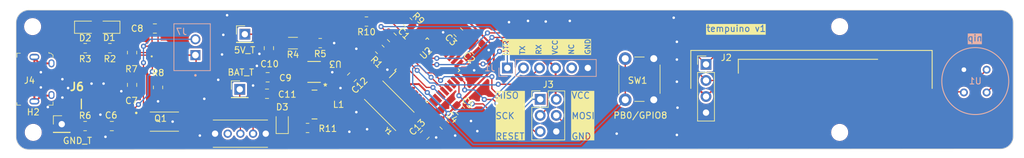
<source format=kicad_pcb>
(kicad_pcb (version 20221018) (generator pcbnew)
  (layers (0 "F.Cu" signal) (31 "B.Cu" power) (34 "B.Paste" user) (35 "F.Paste" user) (36 "B.SilkS" user "B.Silkscreen") (37 "F.SilkS" user "F.Silkscreen") (38 "B.Mask" user) (39 "F.Mask" user) (44 "Edge.Cuts" user))
  (net 0 "")
  (net 1 "/DTR")
  (net 2 "/PROG_SS")
  (net 3 "GND")
  (net 4 "/VBUS")
  (net 5 "/BAT_OUT")
  (net 6 "Net-(IC1-VCC)")
  (net 7 "Net-(IC1-GND)")
  (net 8 "/STANDBY")
  (net 9 "/CHARGE")
  (net 10 "Net-(IC1-OD)")
  (net 11 "Net-(IC1-CS)")
  (net 12 "Net-(IC1-OC)")
  (net 14 "/TX")
  (net 15 "/RX")
  (net 17 "/MOSI_PB3")
  (net 18 "/MISO_PB4")
  (net 19 "/SCK_PB5")
  (net 23 "unconnected-(J4-PadSH)")
  (net 24 "Net-(J6-PROG2)")
  (net 25 "unconnected-(Q1-Pad1)")
  (net 43 "Net-(U3-SW)")
  (net 44 "Net-(U3-FB)")
  (net 45 "/5V")
  (net 46 "Net-(U2-XTAL1{slash}PB6)")
  (net 47 "Net-(U2-XTAL2{slash}PB7)")
  (net 48 "/I2C_SDA")
  (net 49 "/I2C_SCL")
  (net 50 "Net-(J6-BAT)")
  (net 51 "Net-(D3-K)")
  (net 53 "Net-(SW1-A)")
  (net 54 "Net-(D1-K)")
  (net 55 "Net-(D2-K)")
  (footprint "Capacitor_SMD:C_0805_2012Metric" (layer "F.Cu") (at 97 80.9 -90)
    (fp_text reference "C10")
    (fp_text value "22 uF")
  )
  (footprint "Resistor_SMD:R_0805_2012Metric" (layer "F.Cu") (at 67.9875 93.2)
    (fp_text reference "R6")
    (fp_text value "1K")
  )
  (footprint "Connector_PinHeader_2.54mm:PinHeader_1x01_P2.54mm_Vertical" (layer "F.Cu") (at 93.2 78.7)
    (fp_text reference "J9" hide)
    (fp_text value "5V_T")
  )
  (footprint "Resistor_SMD:R_1206_3216Metric" (layer "F.Cu") (at 100.8 80.1 180)
    (fp_text reference "R4")
    (fp_text value "900k Ohm")
  )
  (footprint "Capacitor_SMD:C_0805_2012Metric" (layer "F.Cu") (at 75.4 86.7 -90)
    (fp_text reference "C7")
    (fp_text value "10 uF")
  )
  (footprint "Capacitor_SMD:C_0805_2012Metric" (layer "F.Cu") (at 126.9 78.4 135)
    (fp_text reference "C3")
    (fp_text value "100 nF")
  )
  (footprint "Resistor_SMD:R_0805_2012Metric" (layer "F.Cu") (at 114.5 81.1 135)
    (fp_text reference "R1")
    (fp_text value "10K")
  )
  (footprint "MountingHole:MountingHole_2.2mm_M2" (layer "F.Cu") (at 59.8 94.2)
    (fp_text reference "H2")
    (fp_text value "MountingHole")
  )
  (footprint "LED_SMD:LED_0805_2012Metric" (layer "F.Cu") (at 71.8 77.6 180)
    (fp_text reference "D1")
    (fp_text value "LED")
  )
  (footprint "Capacitor_SMD:C_0805_2012Metric" (layer "F.Cu") (at 124.7 93 -45)
    (fp_text reference "C4")
    (fp_text value "100 nF")
  )
  (footprint "Resistor_SMD:R_0805_2012Metric" (layer "F.Cu") (at 112.4 76.7 180)
    (fp_text reference "R10")
    (fp_text value "1K")
  )
  (footprint "MountingHole:MountingHole_2.2mm_M2" (layer "F.Cu") (at 187.1 94.2)
    (fp_text reference "H4" hide)
    (fp_text value "MountingHole")
  )
  (footprint "Connector_PinHeader_2.54mm:PinHeader_1x01_P2.54mm_Vertical" (layer "F.Cu") (at 64.3 92.9)
    (fp_text reference "J5" hide)
    (fp_text value "GND_T")
  )
  (footprint "Capacitor_SMD:C_0805_2012Metric" (layer "F.Cu") (at 79 77.8 180)
    (fp_text reference "C8")
    (fp_text value "100 nF")
  )
  (footprint "LED_SMD:LED_0805_2012Metric" (layer "F.Cu") (at 99.1 92.7 90)
    (fp_text reference "D3")
    (fp_text value "LED")
  )
  (footprint "MountingHole:MountingHole_2.2mm_M2" (layer "F.Cu") (at 59.7 77.5)
    (fp_text reference "H1" hide)
    (fp_text value "MountingHole")
  )
  (footprint "Capacitor_SMD:C_0805_2012Metric" (layer "F.Cu") (at 121.6 94.6 45)
    (fp_text reference "C13")
    (fp_text value "20 pF")
  )
  (footprint "Resistor_SMD:R_0805_2012Metric" (layer "F.Cu") (at 105.1 80.1 180)
    (fp_text reference "R5")
    (fp_text value "100k Ohm")
  )
  (footprint "Resistor_SMD:R_0805_2012Metric" (layer "F.Cu") (at 75.4 81.6 -90)
    (fp_text reference "R7")
    (fp_text value "100 Ohm")
  )
  (footprint "TLV61070ADBVR:SOT-23-6_DBV_TEX" (layer "F.Cu") (at 104.13475 84.650001 180)
    (fp_text reference "U3")
    (fp_text value "TLV61070ADBVR")
  )
  (footprint "Resistor_SMD:R_0805_2012Metric" (layer "F.Cu") (at 118.9 76.8 135)
    (fp_text reference "R9")
    (fp_text value "1K")
  )
  (footprint "fs8205a:SOP65P640X120-8N" (layer "F.Cu") (at 80.5 92.5)
    (fp_text reference "Q1")
    (fp_text value "FS8205A")
  )
  (footprint "Resistor_SMD:R_0805_2012Metric" (layer "F.Cu") (at 71.9 80.9 180)
    (fp_text reference "R2")
    (fp_text value "1K")
  )
  (footprint "tp4056:SOIC127P600X175-9N" (layer "F.Cu") (at 70 87 90)
    (fp_text reference "J6")
    (fp_text value "TP4056" hide)
  )
  (footprint "digikey-footprints:USB_Micro_B_Female_10118194-0001LF" (layer "F.Cu") (at 62.675 85.8 -90)
    (fp_text reference "J4")
    (fp_text value "10118194-0001LF")
  )
  (footprint "Resistor_SMD:R_0805_2012Metric" (layer "F.Cu") (at 103.1 93.5)
    (fp_text reference "R11")
    (fp_text value "1K")
  )
  (footprint "Capacitor_SMD:C_0805_2012Metric" (layer "F.Cu") (at 96.8 85.5 180)
    (fp_text reference "C9")
    (fp_text value "10 uF")
  )
  (footprint "Resistor_SMD:R_0805_2012Metric" (layer "F.Cu") (at 79.5 87.1 90)
    (fp_text reference "R8")
    (fp_text value "1k Ohm")
  )
  (footprint "MountingHole:MountingHole_2.2mm_M2" (layer "F.Cu") (at 187.1 77.5)
    (fp_text reference "H3" hide)
    (fp_text value "MountingHole")
  )
  (footprint "Capacitor_SMD:C_0805_2012Metric" (layer "F.Cu") (at 129.7 81.2 -45)
    (fp_text reference "C2")
    (fp_text value "10 uF")
  )
  (footprint "Capacitor_SMD:C_0805_2012Metric" (layer "F.Cu") (at 110.1 85.5 45)
    (fp_text reference "C12")
    (fp_text value "20 pF")
  )
  (footprint "1825232-1:1825232-1" (layer "F.Cu") (at 92.5 94.4)
    (fp_text reference "U4" hide)
    (fp_text value "1825232-1")
  )
  (footprint "74438:IND_8357022_WRE" (layer "F.Cu") (at 104.2 89.8 180)
    (fp_text reference "L1")
    (fp_text value "2.2 uH")
  )
  (footprint "Capacitor_SMD:C_0805_2012Metric" (layer "F.Cu") (at 96.7 88.1 180)
    (fp_text reference "C11")
    (fp_text value "100 nF")
  )
  (footprint "LED_SMD:LED_0805_2012Metric" (layer "F.Cu") (at 68 77.6)
    (fp_text reference "D2")
    (fp_text value "LED")
  )
  (footprint "Connector_PinHeader_2.54mm:PinHeader_1x01_P2.54mm_Vertical" (layer "F.Cu") (at 92.4 87.4)
    (fp_text reference "J8" hide)
    (fp_text value "B_T")
  )
  (footprint "Connector_PinHeader_2.54mm:PinHeader_1x04_P2.54mm_Vertical" (layer "F.Cu") (at 166 83.46)
    (fp_text reference "J2")
    (fp_text value "Conn_01x04_Pin")
  )
  (footprint "Resistor_SMD:R_0805_2012Metric" (layer "F.Cu") (at 68 80.9)
    (fp_text reference "R3")
    (fp_text value "1K")
  )
  (footprint "ABLS7M_16_000MHZ_B_2_T:XTAL_ABLS7M-16.000MHZ-B-2-T" (layer "F.Cu") (at 116 90 135)
    (fp_text reference "Y1")
    (fp_text value "ABLS7M-16.000MHZ-B-2-T")
  )
  (footprint "Package_QFP:TQFP-32_7x7mm_P0.8mm" (layer "F.Cu") (at 122 84.4 45)
    (fp_text reference "U2")
    (fp_text value "ATmega328PB-A")
  )
  (footprint "Capacitor_SMD:C_0805_2012Metric" (layer "F.Cu") (at 72.2 93.2 180)
    (fp_text reference "C6")
    (fp_text value "100 nF")
  )
  (footprint "Connector_PinHeader_2.54mm:PinHeader_2x03_P2.54mm_Vertical" (layer "F.Cu") (at 139.825 88.975)
    (fp_text reference "J3")
    (fp_text value "Conn_02x03_Odd_Even")
  )
  (footprint "Button_Switch_THT:SW_PUSH_6mm" (layer "F.Cu") (at 153.25 89.05 90)
    (fp_text reference "SW1")
    (fp_text value "SW_Push_Open")
  )
  (footprint "Capacitor_SMD:C_0805_2012Metric" (layer "F.Cu") (at 127.2 90.7 -45)
    (fp_text reference "C5")
    (fp_text value "10 uF")
  )
  (footprint "dw01:SOT23-6" (layer "F.Cu") (at 79.5 81.9)
    (property "VALUE" "DW01A")
    (fp_text reference "IC1" hide)
    (fp_text value "DW01A")
  )
  (footprint "Capacitor_SMD:C_0805_2012Metric" (layer "F.Cu") (at 116.4 79.2 -45)
    (fp_text reference "C1")
    (fp_text value "100 nF")
  )
  (footprint "B2B-XH-A(LF)(SN):JST_B2B-XH-A(LF)(SN)" (layer "B.Cu") (at 84.875 80.75 -90)
    (fp_text reference "J7")
    (fp_text value "B2B-XH-A(LF)(SN)")
  )
  (footprint "Connector_PinSocket_2.54mm:PinSocket_1x06_P2.54mm_Vertical" (layer "B.Cu") (at 134.64 84.025 -90)
    (fp_text reference "J1")
    (fp_text value "Conn_01x06_Socket")
  )
  (footprint "MLX:MLX90614xCC_MEL" (layer "B.Cu") (at 210.3 84.3 180)
    (fp_text reference "U1")
    (fp_text value "MLX90614ESF-BCC-000-TU")
  )
  (gr_line (start 163.6 87.26) (end 163.6 81.26) (stroke (width 0.15)) (layer "F.SilkS"))
  (gr_line (start 163.6 81.26) (end 201.7 81.26) (stroke (width 0.15)) (layer "F.SilkS"))
  (gr_line (start 171.1 82.66) (end 193.1 82.66) (stroke (width 0.15)) (layer "F.SilkS"))
  (gr_line (start 171.1 84.86) (end 171.1 82.66) (stroke (width 0.15)) (layer "F.SilkS"))
  (gr_line (start 201.7 81.26) (end 201.7 87.26) (stroke (width 0.15)) (layer "F.SilkS"))
  (gr_line (start 212.5 74.9) (end 59.1 74.9) (stroke (width 0.1)) (layer "Edge.Cuts"))
  (gr_arc (start 212.5 74.9) (mid 213.914214 75.485786) (end 214.5 76.9) (stroke (width 0.1)) (layer "Edge.Cuts"))
  (gr_arc (start 57.1 76.9) (mid 57.685786 75.485786) (end 59.1 74.9) (stroke (width 0.1)) (layer "Edge.Cuts"))
  (gr_arc (start 214.5 94.8) (mid 213.914214 96.214214) (end 212.5 96.8) (stroke (width 0.1)) (layer "Edge.Cuts"))
  (gr_line (start 57.1 76.9) (end 57.1 94.9) (stroke (width 0.1)) (layer "Edge.Cuts"))
  (gr_line (start 214.5 94.8) (end 214.5 76.9) (stroke (width 0.1)) (layer "Edge.Cuts"))
  (gr_line (start 59.1 96.9) (end 212.5 96.8) (stroke (width 0.1)) (layer "Edge.Cuts"))
  (gr_arc (start 59.1 96.9) (mid 57.685786 96.314214) (end 57.1 94.9) (stroke (width 0.1)) (layer "Edge.Cuts"))
  (gr_text "nip" (at 209.7 79.9) (layer "B.SilkS" knockout) (effects (font (size 1 1)) (justify left bottom mirror)))
  (gr_text "tempuino v1" (at 166 78.4) (layer "F.SilkS" knockout) (effects (font (size 1 1)) (justify left bottom)))
  (gr_text "VCC\n\nMOSI\n\nGND" (at 144.7 95.4) (layer "F.SilkS" knockout) (effects (font (size 1 1)) (justify left bottom)))
  (gr_text "5V_T" (at 91.4 81.8) (layer "F.SilkS") (effects (font (size 1 1)) (justify left bottom)))
  (gr_text "DTR\n\nTX\n\nRX\n\nVCC\n\nNC\n\nGND" (at 147.8 82 90) (layer "F.SilkS" knockout) (effects (font (size 0.8 0.8)) (justify left bottom)))
  (gr_text "PB0/GPIO8" (at 151.3 92.1) (layer "F.SilkS") (effects (font (size 1 1)) (justify left bottom)))
  (gr_text "MISO\n\nSCK\n\nRESET" (at 132.7 95.4) (layer "F.SilkS" knockout) (effects (font (size 1 1)) (justify left bottom)))
  (gr_text "BAT_T" (at 90.4 85.3) (layer "F.SilkS") (effects (font (size 1 1)) (justify left bottom)))
  (gr_text "GND_T" (at 64.4 96.1) (layer "F.SilkS") (effects (font (size 1 1)) (justify left bottom)))
  (segment (start 115.728249 78.528249) (end 114.7 77.5) (width 0.2) (layer "F.Cu") (net 1))
  (via (at 114.7 77.5) (size 0.8) (drill 0.4) (layers "F.Cu" "B.Cu") (net 1))
  (segment (start 134.64 80.24) (end 134.64 84.025) (width 0.2) (layer "B.Cu") (net 1))
  (segment (start 131.9 77.5) (end 134.64 80.24) (width 0.2) (layer "B.Cu") (net 1))
  (segment (start 114.7 77.5) (end 131.9 77.5) (width 0.2) (layer "B.Cu") (net 1))
  (segment (start 118.711953 81.677639) (end 118.217498 81.183184) (width 0.2) (layer "F.Cu") (net 2))
  (segment (start 118.217498 81.183184) (end 115.707286 81.183184) (width 0.2) (layer "F.Cu") (net 2))
  (segment (start 124.1 86) (end 122.9 84.8) (width 0.2) (layer "F.Cu") (net 2))
  (segment (start 118.711953 81.511953) (end 117.071751 79.871751) (width 0.2) (layer "F.Cu") (net 2))
  (segment (start 115.707286 81.183184) (end 115.145235 81.745235) (width 0.2) (layer "F.Cu") (net 2))
  (segment (start 132.2 87.3) (end 138.955 94.055) (width 0.2) (layer "F.Cu") (net 2))
  (segment (start 122.9 84.8) (end 121.834314 84.8) (width 0.2) (layer "F.Cu") (net 2))
  (segment (start 132.2 85.4) (end 132.2 87.3) (width 0.2) (layer "F.Cu") (net 2))
  (segment (start 121.834314 84.8) (end 118.711953 81.677639) (width 0.2) (layer "F.Cu") (net 2))
  (segment (start 138.955 94.055) (end 139.825 94.055) (width 0.2) (layer "F.Cu") (net 2))
  (segment (start 118.711953 81.677639) (end 118.711953 81.511953) (width 0.2) (layer "F.Cu") (net 2))
  (via (at 132.2 85.4) (size 0.8) (drill 0.4) (layers "F.Cu" "B.Cu") (net 2))
  (via (at 124.1 86) (size 0.8) (drill 0.4) (layers "F.Cu" "B.Cu") (net 2))
  (segment (start 124.1 86) (end 124.7 85.4) (width 0.2) (layer "B.Cu") (net 2))
  (segment (start 124.7 85.4) (end 132.2 85.4) (width 0.2) (layer "B.Cu") (net 2))
  (segment (start 106.0125 80.1) (end 107.3 80.1) (width 0.3) (layer "F.Cu") (net 3))
  (segment (start 115.7 85.736756) (end 115.7 84.3) (width 0.3) (layer "F.Cu") (net 3))
  (segment (start 70.635 91.165) (end 70.4 91.4) (width 0.3) (layer "F.Cu") (net 3))
  (segment (start 67.075 93.2) (end 68.095 92.18) (width 0.3) (layer "F.Cu") (net 3))
  (segment (start 131.028249 81.871751) (end 130.371751 81.871751) (width 0.3) (layer "F.Cu") (net 3))
  (segment (start 127.871751 91.371751) (end 128.9 92.4) (width 0.3) (layer "F.Cu") (net 3))
  (segment (start 71.25 93.2) (end 71.25 94.85) (width 0.3) (layer "F.Cu") (net 3))
  (segment (start 105.5 84.650001) (end 106.950001 84.650001) (width 0.3) (layer "F.Cu") (net 3))
  (segment (start 83.38 92.5) (end 83.38 92.825) (width 0.2) (layer "F.Cu") (net 3))
  (segment (start 122.271751 93.928249) (end 122.328249 93.928249) (width 0.3) (layer "F.Cu") (net 3))
  (segment (start 71.25 94.85) (end 71.2 94.9) (width 0.3) (layer "F.Cu") (net 3))
  (segment (start 131.7 81.2) (end 131.028249 81.871751) (width 0.3) (layer "F.Cu") (net 3))
  (segment (start 83.38 92.5) (end 81.8 92.5) (width 0.2) (layer "F.Cu") (net 3))
  (segment (start 79.5 88.0125) (end 79.5 89.3) (width 0.3) (layer "F.Cu") (net 3))
  (segment (start 75.4 87.65) (end 73.75 87.65) (width 0.3) (layer "F.Cu") (net 3))
  (segment (start 126.228249 77.728249) (end 125.171751 77.728249) (width 0.3) (layer "F.Cu") (net 3))
  (segment (start 95.75 88.05) (end 94.5 86.8) (width 0.3) (layer "F.Cu") (net 3))
  (segment (start 122.556408 81.656408) (end 122.3 81.4) (width 0.3) (layer "F.Cu") (net 3))
  (segment (start 109.428249 86.171751) (end 109.328249 86.171751) (width 0.3) (layer "F.Cu") (net 3))
  (segment (start 106.950001 84.650001) (end 107 84.7) (width 0.3) (layer "F.Cu") (net 3))
  (segment (start 124.722361 81.111953) (end 124.177906 81.656408) (width 0.3) (layer "F.Cu") (net 3))
  (segment (start 124.177906 81.656408) (end 122.556408 81.656408) (width 0.3) (layer "F.Cu") (net 3))
  (segment (start 95.55 81.85) (end 95.5 81.8) (width 0.3) (layer "F.Cu") (net 3))
  (segment (start 125.371751 93.671751) (end 126.4 94.7) (width 0.3) (layer "F.Cu") (net 3))
  (segment (start 122.328249 93.928249) (end 123.4 95) (width 0.3) (layer "F.Cu") (net 3))
  (segment (start 97.3 81.85) (end 95.55 81.85) (width 0.3) (layer "F.Cu") (net 3))
  (segment (start 67.075 93.2) (end 66.675 92.8) (width 0.3) (layer "F.Cu") (net 3))
  (segment (start 83.38 92.175) (end 83.38 92.5) (width 0.2) (layer "F.Cu") (net 3))
  (segment (start 95.85 85.5) (end 95.85 84.45) (width 0.3) (layer "F.Cu") (net 3))
  (segment (start 70.635 89.712) (end 70.635 91.165) (width 0.3) (layer "F.Cu") (net 3))
  (segment (start 125.171751 77.728249) (end 124.5 78.4) (width 0.3) (layer "F.Cu") (net 3))
  (segment (start 95.85 84.45) (end 95.1 83.7) (width 0.3) (layer "F.Cu") (net 3))
  (segment (start 118.195745 88.232501) (end 115.7 85.736756) (width 0.3) (layer "F.Cu") (net 3))
  (segment (start 109.328249 86.171751) (end 108.3 87.2) (width 0.3) (layer "F.Cu") (net 3))
  (segment (start 95.75 88.1) (end 95.75 88.05) (width 0.3) (layer "F.Cu") (net 3))
  (segment (start 119.277639 87.688047) (end 118.733185 88.232501) (width 0.3) (layer "F.Cu") (net 3))
  (segment (start 68.095 92.18) (end 68.095 89.712) (width 0.3) (layer "F.Cu") (net 3))
  (segment (start 73.75 87.65) (end 73.7 87.7) (width 0.3) (layer "F.Cu") (net 3))
  (segment (start 118.733185 88.232501) (end 118.195745 88.232501) (width 0.3) (layer "F.Cu") (net 3))
  (via (at 161.5 90.3) (size 0.8) (drill 0.4) (layers "F.Cu" "B.Cu") (net 3))
  (via (at 107.3 80.1) (size 0.8) (drill 0.4) (layers "F.Cu" "B.Cu") (net 3))
  (via (at 110.8 91) (size 0.8) (drill 0.4) (layers "F.Cu" "B.Cu") (net 3))
  (via (at 124.5 78.4) (size 0.8) (drill 0.4) (layers "F.Cu" "B.Cu") (net 3))
  (via (at 122.3 81.4) (size 0.8) (drill 0.4) (layers "F.Cu" "B.Cu") (net 3))
  (via (at 144.5 76.6) (size 0.8) (drill 0.4) (layers "F.Cu" "B.Cu") (net 3))
  (via (at 161.4 86.2) (size 0.8) (drill 0.4) (layers "F.Cu" "B.Cu") (net 3))
  (via (at 112.5 93.7) (size 0.8) (drill 0.4) (layers "F.Cu" "B.Cu") (net 3))
  (via (at 129.4 84.4) (size 0.8) (drill 0.4) (layers "F.Cu" "B.Cu") (net 3))
  (via (at 131.7 81.2) (size 0.8) (drill 0.4) (layers "F.Cu" "B.Cu") (net 3))
  (via (at 128.9 92.4) (size 0.8) (drill 0.4) (layers "F.Cu" "B.Cu") (net 3))
  (via (at 79.5 89.3) (size 0.8) (drill 0.4) (layers "F.Cu" "B.Cu") (net 3))
  (via (at 89.6 81.9) (size 0.8) (drill 0.4) (layers "F.Cu" "B.Cu") (net 3))
  (via (at 70.9 86.5) (size 0.8) (drill 0.4) (layers "F.Cu" "B.Cu") (net 3))
  (via (at 151.9 94.4) (size 0.8) (drill 0.4) (layers "F.Cu" "B.Cu") (net 3))
  (via (at 110.8 81) (size 0.8) (drill 0.4) (layers "F.Cu" "B.Cu") (net 3))
  (via (at 70.4 91.4) (size 0.8) (drill 0.4) (layers "F.Cu" "B.Cu") (net 3))
  (via (at 62.1 90.2) (size 0.8) (drill 0.4) (layers "F.Cu" "B.Cu") (net 3))
  (via (at 123.4 95) (size 0.8) (drill 0.4) (layers "F.Cu" "B.Cu") (net 3))
  (via (at 64.4 85.8) (size 0.8) (drill 0.4) (layers "F.Cu" "B.Cu") (net 3))
  (via (at 107 84.7) (size 0.8) (drill 0.4) (layers "F.Cu" "B.Cu") (net 3))
  (via (at 160.9 76.1) (size 0.8) (drill 0.4) (layers "F.Cu" "B.Cu") (net 3))
  (via (at 129.9 94) (size 0.8) (drill 0.4) (layers "F.Cu" "B.Cu") (net 3))
  (via (at 126.4 94.7) (size 0.8) (drill 0.4) (layers "F.Cu" "B.Cu") (net 3))
  (via (at 86.8 88.9) (size 0.8) (drill 0.4) (layers "F.Cu" "B.Cu") (net 3))
  (via (at 161.4 82.7) (size 0.8) (drill 0.4) (layers "F.Cu" "B.Cu") (net 3))
  (via (at 108.3 87.2) (size 0.8) (drill 0.4) (layers "F.Cu" "B.Cu") (net 3))
  (via (at 115.7 84.3) (size 0.8) (drill 0.4) (layers "F.Cu" "B.Cu") (net 3))
  (via (at 137.9 76.6) (size 0.8) (drill 0.4) (layers "F.Cu" "B.Cu") (net 3))
  (via (at 94.5 86.8) (size 0.8) (drill 0.4) (layers "F.Cu" "B.Cu") (net 3))
  (via (at 134.9 76.8) (size 0.8) (drill 0.4) (layers "F.Cu" "B.Cu") (net 3))
  (via (at 161.4 79.9) (size 0.8) (drill 0.4) (layers "F.Cu" "B.Cu") (net 3))
  (via (at 71.2 94.9) (size 0.8) (drill 0.4) (layers "F.Cu" "B.Cu") (net 3))
  (via (at 95.1 83.7) (size 0.8) (drill 0.4) (layers "F.Cu" "B.Cu") (net 3))
  (via (at 64.4 88.7) (size 0.8) (drill 0.4) (layers "F.Cu" "B.Cu") (net 3))
  (via (at 140.7 76.7) (size 0.8) (drill 0.4) (layers "F.Cu" "B.Cu") (net 3))
  (via (at 61 84.7) (size 0.8) (drill 0.4) (layers "F.Cu" "B.Cu") (net 3))
  (via (at 161.4 94.6) (size 0.8) (drill 0.4) (layers "F.Cu" "B.Cu") (net 3))
  (via (at 86.1 94.7) (size 0.8) (drill 0.4) (layers "F.Cu" "B.Cu") (net 3))
  (via (at 89 85.9) (size 0.8) (drill 0.4) (layers "F.Cu" "B.Cu") (net 3))
  (via (at 89.8 78.8) (size 0.8) (drill 0.4) (layers "F.Cu" "B.Cu") (net 3))
  (via (at 109.7 94.1) (size 0.8) (drill 0.4) (layers "F.Cu" "B.Cu") (net 3))
  (via (at 95.5 81.8) (size 0.8) (drill 0.4) (layers "F.Cu" "B.Cu") (net 3))
  (via (at 73.7 87.7) (size 0.8) (drill 0.4) (layers "F.Cu" "B.Cu") (net 3))
  (via (at 69 86.5) (size 0.8) (drill 0.4) (layers "F.Cu" "B.Cu") (net 3))
  (via (at 90.4 75.7) (size 0.8) (drill 0.4) (layers "F.Cu" "B.Cu") (net 3))
  (via (at 61 87.1) (size 0.8) (drill 0.4) (layers "F.Cu" "B.Cu") (net 3))
  (via (at 65.3 87.2) (size 0.8) (drill 0.4) (layers "F.Cu" "B.Cu") (net 3))
  (via (at 81.8 92.5) (size 0.8) (drill 0.4) (layers "F.Cu" "B.Cu") (net 3))
  (segment (start 66.683 87.2405) (end 66.683 85.7) (width 0.2) (layer "F.Cu") (net 4))
  (segment (start 67.999 88.5565) (end 66.683 87.2405) (width 0.2) (layer "F.Cu") (net 4))
  (segment (start 71.905 91.955) (end 73.15 93.2) (width 0.2) (layer "F.Cu") (net 4))
  (segment (start 68.095 78.4425) (end 68.095 84.288) (width 0.2) (layer "F.Cu") (net 4))
  (segment (start 71.905 88.705) (end 71.7565 88.5565) (width 0.2) (layer "F.Cu") (net 4))
  (segment (start 71.7565 88.5565) (end 67.999 88.5565) (width 0.2) (layer "F.Cu") (net 4))
  (segment (start 71.905 89.712) (end 71.905 91.955) (width 0.2) (layer "F.Cu") (net 4))
  (segment (start 68.9375 77.6) (end 68.095 78.4425) (width 0.2) (layer "F.Cu") (net 4))
  (segment (start 70.8625 77.6) (end 68.9375 77.6) (width 0.2) (layer "F.Cu") (net 4))
  (segment (start 66.683 85.7) (end 68.095 84.288) (width 0.2) (layer "F.Cu") (net 4))
  (segment (start 71.905 89.712) (end 71.905 88.705) (width 0.2) (layer "F.Cu") (net 4))
  (segment (start 62.675 84.5) (end 65.483 84.5) (width 0.3) (layer "F.Cu") (net 4))
  (segment (start 65.483 84.5) (end 66.683 85.7) (width 0.3) (layer "F.Cu") (net 4))
  (segment (start 92.4 90.3) (end 92.4 87.4) (width 0.2) (layer "F.Cu") (net 5))
  (segment (start 94.5 94.4) (end 94.5 92.4) (width 0.2) (layer "F.Cu") (net 5))
  (segment (start 94.5 92.4) (end 92.4 90.3) (width 0.2) (layer "F.Cu") (net 5))
  (segment (start 97.75 85.5) (end 97.850002 85.600002) (width 0.2) (layer "F.Cu") (net 5))
  (segment (start 97.65 88.1) (end 97.65 85.6) (width 0.2) (layer "F.Cu") (net 5))
  (segment (start 102.7695 85.600002) (end 102.7695 89.6303) (width 0.2) (layer "F.Cu") (net 5))
  (segment (start 99.1 91.7625) (end 97.65 90.3125) (width 0.2) (layer "F.Cu") (net 5))
  (segment (start 104.2 84.587851) (end 104.2 84.31105) (width 0.2) (layer "F.Cu") (net 5))
  (segment (start 97.65 90.3125) (end 97.65 88.1) (width 0.2) (layer "F.Cu") (net 5))
  (segment (start 102.7695 89.6303) (end 102.5998 89.8) (width 0.2) (layer "F.Cu") (net 5))
  (segment (start 97.850002 85.600002) (end 102.7695 85.600002) (width 0.2) (layer "F.Cu") (net 5))
  (segment (start 102.7695 85.600002) (end 103.187849 85.600002) (width 0.2) (layer "F.Cu") (net 5))
  (segment (start 104.2 84.31105) (end 104.81105 83.7) (width 0.2) (layer "F.Cu") (net 5))
  (segment (start 94.5 92.4) (end 94.5 92) (width 0.2) (layer "F.Cu") (net 5))
  (segment (start 103.187849 85.600002) (end 104.2 84.587851) (width 0.2) (layer "F.Cu") (net 5))
  (segment (start 98.4835 91.146) (end 99.1 91.7625) (width 0.2) (layer "F.Cu") (net 5))
  (segment (start 104.81105 83.7) (end 105.5 83.7) (width 0.2) (layer "F.Cu") (net 5))
  (segment (start 95.354 91.146) (end 98.4835 91.146) (width 0.2) (layer "F.Cu") (net 5))
  (segment (start 97.65 85.6) (end 97.75 85.5) (width 0.2) (layer "F.Cu") (net 5))
  (segment (start 94.5 92) (end 95.354 91.146) (width 0.2) (layer "F.Cu") (net 5))
  (segment (start 79.5 78.25) (end 79.5 80.6) (width 0.2) (layer "F.Cu") (net 6))
  (segment (start 79.5 81.5) (end 79.5 80.6) (width 0.2) (layer "F.Cu") (net 6))
  (segment (start 75.4 80.6875) (end 76.3125 81.6) (width 0.2) (layer "F.Cu") (net 6))
  (segment (start 79.4 81.6) (end 79.5 81.5) (width 0.2) (layer "F.Cu") (net 6))
  (segment (start 76.3125 81.6) (end 79.4 81.6) (width 0.2) (layer "F.Cu") (net 6))
  (segment (start 79.95 77.8) (end 79.5 78.25) (width 0.2) (layer "F.Cu") (net 6))
  (segment (start 78.55 78.3) (end 78.55 80.6) (width 0.2) (layer "F.Cu") (net 7))
  (segment (start 77.62 92.175) (end 77.62 92.825) (width 0.2) (layer "F.Cu") (net 7))
  (segment (start 77.2 90.552452) (end 76.54 91.212452) (width 0.2) (layer "F.Cu") (net 7))
  (segment (start 76.877452 92.175) (end 77.62 92.175) (width 0.2) (layer "F.Cu") (net 7))
  (segment (start 77.2 83.2) (end 77.2 90.552452) (width 0.2) (layer "F.Cu") (net 7))
  (segment (start 78.55 80.6) (end 77.2 80.6) (width 0.2) (layer "F.Cu") (net 7))
  (segment (start 76.54 91.837548) (end 76.877452 92.175) (width 0.2) (layer "F.Cu") (net 7))
  (segment (start 76.54 91.212452) (end 76.54 91.837548) (width 0.2) (layer "F.Cu") (net 7))
  (segment (start 78.05 77.8) (end 78.55 78.3) (width 0.2) (layer "F.Cu") (net 7))
  (via (at 77.2 83.2) (size 0.8) (drill 0.4) (layers "F.Cu" "B.Cu") (net 7))
  (via (at 77.2 80.6) (size 0.8) (drill 0.4) (layers "F.Cu" "B.Cu") (net 7))
  (segment (start 77.2 80.6) (end 77.2 83.2) (width 0.2) (layer "B.Cu") (net 7))
  (segment (start 78.3 79.5) (end 85.5 79.5) (width 0.2) (layer "B.Cu") (net 7))
  (segment (start 77.2 80.6) (end 78.3 79.5) (width 0.2) (layer "B.Cu") (net 7))
  (segment (start 70.635 84.288) (end 70.635 81.2525) (width 0.2) (layer "F.Cu") (net 8))
  (segment (start 70.635 81.2525) (end 70.9875 80.9) (width 0.2) (layer "F.Cu") (net 8))
  (segment (start 69.365 84.288) (end 69.365 81.3525) (width 0.2) (layer "F.Cu") (net 9))
  (segment (start 69.365 81.3525) (end 68.9125 80.9) (width 0.2) (layer "F.Cu") (net 9))
  (segment (start 77.62 93.475) (end 76.877452 93.475) (width 0.2) (layer "F.Cu") (net 10))
  (segment (start 78.6 83.25) (end 78.55 83.2) (width 0.2) (layer "F.Cu") (net 10))
  (segment (start 76.877452 93.475) (end 75.7 92.297548) (width 0.2) (layer "F.Cu") (net 10))
  (segment (start 75.7 90.5) (end 76.4 89.8) (width 0.2) (layer "F.Cu") (net 10))
  (segment (start 78.6 84.6) (end 78.6 83.25) (width 0.2) (layer "F.Cu") (net 10))
  (segment (start 75.7 92.297548) (end 75.7 90.5) (width 0.2) (layer "F.Cu") (net 10))
  (via (at 78.6 84.6) (size 0.8) (drill 0.4) (layers "F.Cu" "B.Cu") (net 10))
  (via (at 76.4 89.8) (size 0.8) (drill 0.4) (layers "F.Cu" "B.Cu") (net 10))
  (segment (start 77.9 88.3) (end 77.9 85.3) (width 0.2) (layer "B.Cu") (net 10))
  (segment (start 77.9 85.3) (end 78.6 84.6) (width 0.2) (layer "B.Cu") (net 10))
  (segment (start 76.4 89.8) (end 77.9 88.3) (width 0.2) (layer "B.Cu") (net 10))
  (segment (start 79.5 83.2) (end 79.5 86.1875) (width 0.2) (layer "F.Cu") (net 11))
  (segment (start 80.45 83.2) (end 80.45 84.65) (width 0.2) (layer "F.Cu") (net 12))
  (segment (start 84.8 93.1) (end 84.425 93.475) (width 0.2) (layer "F.Cu") (net 12))
  (segment (start 80.45 84.65) (end 84.8 89) (width 0.2) (layer "F.Cu") (net 12))
  (segment (start 84.425 93.475) (end 83.38 93.475) (width 0.2) (layer "F.Cu") (net 12))
  (segment (start 84.8 89) (end 84.8 93.1) (width 0.2) (layer "F.Cu") (net 12))
  (segment (start 121.871573 87.1) (end 117.580583 82.80901) (width 0.2) (layer "F.Cu") (net 14))
  (segment (start 122.9 87.1) (end 121.871573 87.1) (width 0.2) (layer "F.Cu") (net 14))
  (via (at 122.9 87.1) (size 0.8) (drill 0.4) (layers "F.Cu" "B.Cu") (net 14))
  (segment (start 130.605 90.6) (end 137.18 84.025) (width 0.2) (layer "B.Cu") (net 14))
  (segment (start 122.9 87.1) (end 126.4 90.6) (width 0.2) (layer "B.Cu") (net 14))
  (segment (start 126.4 90.6) (end 130.605 90.6) (width 0.2) (layer "B.Cu") (net 14))
  (segment (start 133.2 86.6) (end 137.145 86.6) (width 0.2) (layer "F.Cu") (net 15))
  (segment (start 118.737779 82.737779) (end 120.4 84.4) (width 0.2) (layer "F.Cu") (net 15))
  (segment (start 137.145 86.6) (end 139.72 84.025) (width 0.2) (layer "F.Cu") (net 15))
  (segment (start 118.640723 82.737779) (end 118.737779 82.737779) (width 0.2) (layer "F.Cu") (net 15))
  (segment (start 118.146268 82.243324) (end 118.640723 82.737779) (width 0.2) (layer "F.Cu") (net 15))
  (via (at 120.4 84.4) (size 0.8) (drill 0.4) (layers "F.Cu" "B.Cu") (net 15))
  (via (at 133.2 86.6) (size 0.8) (drill 0.4) (layers "F.Cu" "B.Cu") (net 15))
  (segment (start 120.4 84.4) (end 122.4 86.4) (width 0.2) (layer "B.Cu") (net 15))
  (segment (start 133.1 86.7) (end 133.2 86.6) (width 0.2) (layer "B.Cu") (net 15))
  (segment (start 123.48995 86.7) (end 133.1 86.7) (width 0.2) (layer "B.Cu") (net 15))
  (segment (start 122.4 86.4) (end 123.18995 86.4) (width 0.2) (layer "B.Cu") (net 15))
  (segment (start 123.18995 86.4) (end 123.48995 86.7) (width 0.2) (layer "B.Cu") (net 15))
  (segment (start 127 86.571573) (end 126.419417 85.99099) (width 0.2) (layer "F.Cu") (net 17))
  (segment (start 143.515 94.531346) (end 143.515 92.665) (width 0.2) (layer "F.Cu") (net 17))
  (segment (start 142.746346 95.3) (end 143.515 94.531346) (width 0.2) (layer "F.Cu") (net 17))
  (segment (start 130.8 89.7) (end 136.4 95.3) (width 0.2) (layer "F.Cu") (net 17))
  (segment (start 143.515 92.665) (end 142.365 91.515) (width 0.2) (layer "F.Cu") (net 17))
  (segment (start 136.4 95.3) (end 142.746346 95.3) (width 0.2) (layer "F.Cu") (net 17))
  (segment (start 127 88.4) (end 127 86.571573) (width 0.2) (layer "F.Cu") (net 17))
  (segment (start 129.1 89.7) (end 130.8 89.7) (width 0.2) (layer "F.Cu") (net 17))
  (via (at 129.1 89.7) (size 0.8) (drill 0.4) (layers "F.Cu" "B.Cu") (net 17))
  (via (at 127 88.4) (size 0.8) (drill 0.4) (layers "F.Cu" "B.Cu") (net 17))
  (segment (start 127 88.4) (end 128.4 89.8) (width 0.2) (layer "B.Cu") (net 17))
  (segment (start 128.4 89.8) (end 129 89.8) (width 0.2) (layer "B.Cu") (net 17))
  (segment (start 129 89.8) (end 129.1 89.7) (width 0.2) (layer "B.Cu") (net 17))
  (segment (start 127.9 86.340202) (end 127.9 87.5) (width 0.2) (layer "F.Cu") (net 18))
  (segment (start 133 89.6) (end 132.4 89) (width 0.2) (layer "F.Cu") (net 18))
  (segment (start 132.4 89) (end 131 89) (width 0.2) (layer "F.Cu") (net 18))
  (segment (start 126.985103 85.425305) (end 127.9 86.340202) (width 0.2) (layer "F.Cu") (net 18))
  (via (at 131 89) (size 0.8) (drill 0.4) (layers "F.Cu" "B.Cu") (net 18))
  (via (at 133 89.6) (size 0.8) (drill 0.4) (layers "F.Cu" "B.Cu") (net 18))
  (via (at 127.9 87.5) (size 0.8) (drill 0.4) (layers "F.Cu" "B.Cu") (net 18))
  (segment (start 127.9 87.5) (end 129.5 87.5) (width 0.2) (layer "B.Cu") (net 18))
  (segment (start 133 89.6) (end 133.8 90.4) (width 0.2) (layer "B.Cu") (net 18))
  (segment (start 133.8 90.4) (end 137.2 90.4) (width 0.2) (layer "B.Cu") (net 18))
  (segment (start 129.5 87.5) (end 131 89) (width 0.2) (layer "B.Cu") (net 18))
  (segment (start 137.2 90.4) (end 138.625 88.975) (width 0.2) (layer "B.Cu") (net 18))
  (segment (start 138.625 88.975) (end 139.825 88.975) (width 0.2) (layer "B.Cu") (net 18))
  (segment (start 140.975 90.365) (end 140.975 83.653654) (width 0.2) (layer "F.Cu") (net 19))
  (segment (start 138.721346 81.4) (end 133.4 81.4) (width 0.2) (layer "F.Cu") (net 19))
  (segment (start 140.975 83.653654) (end 138.721346 81.4) (width 0.2) (layer "F.Cu") (net 19))
  (segment (start 126.985103 83.374695) (end 127.010408 83.4) (width 0.2) (layer "F.Cu") (net 19))
  (segment (start 127.010408 83.4) (end 130.8 83.4) (width 0.2) (layer "F.Cu") (net 19))
  (segment (start 139.825 91.515) (end 140.975 90.365) (width 0.2) (layer "F.Cu") (net 19))
  (via (at 130.8 83.4) (size 0.8) (drill 0.4) (layers "F.Cu" "B.Cu") (net 19))
  (via (at 133.4 81.4) (size 0.8) (drill 0.4) (layers "F.Cu" "B.Cu") (net 19))
  (segment (start 133.4 81.4) (end 131.4 83.4) (width 0.2) (layer "B.Cu") (net 19))
  (segment (start 131.4 83.4) (end 130.8 83.4) (width 0.2) (layer "B.Cu") (net 19))
  (segment (start 59.975 82.5) (end 59.975 89.5) (width 0.3) (layer "F.Cu") (net 23))
  (segment (start 59.975 89.5) (end 61.075 88.4) (width 0.3) (layer "F.Cu") (net 23))
  (segment (start 60.775 83.3) (end 59.975 82.5) (width 0.3) (layer "F.Cu") (net 23))
  (segment (start 62.675 83.3) (end 60.775 83.3) (width 0.3) (layer "F.Cu") (net 23))
  (segment (start 61.075 88.4) (end 62.575 88.4) (width 0.3) (layer "F.Cu") (net 23))
  (segment (start 68.9 93.2) (end 69.365 92.735) (width 0.2) (layer "F.Cu") (net 24))
  (segment (start 69.365 92.735) (end 69.365 89.712) (width 0.2) (layer "F.Cu") (net 24))
  (segment (start 77.62 91.525) (end 83.38 91.525) (width 0.2) (layer "F.Cu") (net 25))
  (segment (start 105.5 89.4998) (end 105.8002 89.8) (width 0.2) (layer "F.Cu") (net 43))
  (segment (start 105.5 85.600002) (end 105.5 89.4998) (width 0.2) (layer "F.Cu") (net 43))
  (segment (start 102.3 80.1375) (end 102.2625 80.1) (width 0.2) (layer "F.Cu") (net 44))
  (segment (start 102.3 83.2305) (end 102.3 80.1375) (width 0.2) (layer "F.Cu") (net 44))
  (segment (start 102.7695 83.7) (end 102.3 83.2305) (width 0.2) (layer "F.Cu") (net 44))
  (segment (start 102.2625 80.1) (end 104.1875 80.1) (width 0.2) (layer "F.Cu") (net 44))
  (segment (start 129.9 78.1) (end 129.4 77.6) (width 0.3) (layer "F.Cu") (net 45))
  (segment (start 103.2875 76.7) (end 111.4875 76.7) (width 0.2) (layer "F.Cu") (net 45))
  (segment (start 95.75 78.7) (end 93.2 78.7) (width 0.2) (layer "F.Cu") (net 45))
  (segment (start 206.607897 87.8) (end 166.74 87.8) (width 0.2) (layer "F.Cu") (net 45))
  (segment (start 142.26 84.025) (end 142.26 88.87) (width 0.3) (layer "F.Cu") (net 45))
  (segment (start 126.419417 82.80901) (end 128.700178 80.528249) (width 0.3) (layer "F.Cu") (net 45))
  (segment (start 125.3 91.2) (end 125.356498 91.2) (width 0.3) (layer "F.Cu") (net 45))
  (segment (start 112.4875 75.7) (end 117.8 75.7) (width 0.2) (layer "F.Cu") (net 45))
  (segment (start 142.26 88.87) (end 142.365 88.975) (width 0.3) (layer "F.Cu") (net 45))
  (segment (start 111.4875 78.0875) (end 113.854765 80.454765) (width 0.2) (layer "F.Cu") (net 45))
  (segment (start 126.528249 90.028249) (end 131.45 85.106498) (width 0.3) (layer "F.Cu") (net 45))
  (segment (start 138.885 80.65) (end 137.6 80.65) (width 0.3) (layer "F.Cu") (net 45))
  (segment (start 131.45 85.106498) (end 131.45 85.089339) (width 0.3) (layer "F.Cu") (net 45))
  (segment (start 137.6 80.65) (end 158.11 80.65) (width 0.3) (layer "F.Cu") (net 45))
  (segment (start 99.8875 80.1) (end 103.2875 76.7) (width 0.2) (layer "F.Cu") (net 45))
  (segment (start 102.7695 84.650001) (end 102.08055 84.650001) (width 0.2) (layer "F.Cu") (net 45))
  (segment (start 125.156498 91.2) (end 124.028249 92.328249) (width 0.3) (layer "F.Cu") (net 45))
  (segment (start 132.5 80.7) (end 132.55 80.65) (width 0.3) (layer "F.Cu") (net 45))
  (segment (start 127.571751 79.071751) (end 129.028249 80.528249) (width 0.3) (layer "F.Cu") (net 45))
  (segment (start 119.256407 86.577907) (end 120.677907 86.577907) (width 0.3) (layer "F.Cu") (net 45))
  (segment (start 129.9 79.656498) (end 129.9 78.1) (width 0.3) (layer "F.Cu") (net 45))
  (segment (start 125.3 91.2) (end 125.156498 91.2) (width 0.3) (layer "F.Cu") (net 45))
  (segment (start 158.11 80.65) (end 166 88.54) (width 0.3) (layer "F.Cu") (net 45))
  (segment (start 102.08055 84.650001) (end 99.4 81.969451) (width 0.2) (layer "F.Cu") (net 45))
  (segment (start 99.8875 80.1) (end 97.15 80.1) (width 0.2) (layer "F.Cu") (net 45))
  (segment (start 125.356498 91.2) (end 126.528249 90.028249) (width 0.3) (layer "F.Cu") (net 45))
  (segment (start 132.55 80.65) (end 137.6 80.65) (width 0.3) (layer "F.Cu") (net 45))
  (segment (start 97.15 80.1) (end 95.75 78.7) (width 0.2) (layer "F.Cu") (net 45))
  (segment (start 99.4 81.969451) (end 99.4 80.5875) (width 0.2) (layer "F.Cu") (net 45))
  (segment (start 166.74 87.8) (end 166 88.54) (width 0.2) (layer "F.Cu") (net 45))
  (segment (start 127.954765 76.154765) (end 118.254765 76.154765) (width 0.3) (layer "F.Cu") (net 45))
  (segment (start 99.4 80.5875) (end 99.8875 80.1) (width 0.2) (layer "F.Cu") (net 45))
  (segment (start 111.4875 76.7) (end 111.4875 78.0875) (width 0.2) (layer "F.Cu") (net 45))
  (segment (start 117.8 75.7) (end 118.254765 76.154765) (width 0.2) (layer "F.Cu") (net 45))
  (segment (start 132.5 80.7) (end 129.4 77.6) (width 0.3) (layer "F.Cu") (net 45))
  (segment (start 129.028249 80.528249) (end 129.9 79.656498) (width 0.3) (layer "F.Cu") (net 45))
  (segment (start 132.5 84.039339) (end 132.5 80.7) (width 0.3) (layer "F.Cu") (net 45))
  (segment (start 120.677907 86.577907) (end 122 87.9) (width 0.3) (layer "F.Cu") (net 45))
  (segment (start 111.4875 76.7) (end 112.4875 75.7) (width 0.2) (layer "F.Cu") (net 45))
  (segment (start 129.4 77.6) (end 127.954765 76.154765) (width 0.3) (layer "F.Cu") (net 45))
  (segment (start 118.711953 87.122361) (end 119.256407 86.577907) (width 0.3) (layer "F.Cu") (net 45))
  (segment (start 128.700178 80.528249) (end 129.028249 80.528249) (width 0.3) (layer "F.Cu") (net 45))
  (segment (start 131.45 85.089339) (end 132.5 84.039339) (width 0.3) (layer "F.Cu") (net 45))
  (segment (start 142.26 84.025) (end 138.885 80.65) (width 0.3) (layer "F.Cu") (net 45))
  (via (at 122 87.9) (size 0.8) (drill 0.4) (layers "F.Cu" "B.Cu") (net 45))
  (via (at 125.3 91.2) (size 0.8) (drill 0.4) (layers "F.Cu" "B.Cu") (net 45))
  (segment (start 122 87.9) (end 125.3 91.2) (width 0.3) (layer "B.Cu") (net 45))
  (segment (start 119.914555 89.313872) (end 115.313872 89.313872) (width 0.2) (layer "F.Cu") (net 46))
  (segment (start 120.40901 88.819417) (end 119.914555 89.313872) (width 0.2) (layer "F.Cu") (net 46))
  (segment (start 115.313872 89.313872) (end 114.055456 88.055456) (width 0.2) (layer "F.Cu") (net 46))
  (segment (start 110.828249 84.828249) (end 110.771751 84.828249) (width 0.2) (layer "F.Cu") (net 46))
  (segment (start 114.055456 88.055456) (end 110.828249 84.828249) (width 0.2) (layer "F.Cu") (net 46))
  (segment (start 120.974695 89.385103) (end 118.415254 91.944544) (width 0.2) (layer "F.Cu") (net 47))
  (segment (start 118.415254 91.944544) (end 117.944544 91.944544) (width 0.2) (layer "F.Cu") (net 47))
  (segment (start 120.928249 94.928249) (end 120.928249 95.271751) (width 0.2) (layer "F.Cu") (net 47))
  (segment (start 117.944544 91.944544) (end 120.928249 94.928249) (width 0.2) (layer "F.Cu") (net 47))
  (segment (start 161.04 78.5) (end 166 83.46) (width 0.2) (layer "F.Cu") (net 48))
  (segment (start 211.9 83.6) (end 211.9 86.292103) (width 0.2) (layer "F.Cu") (net 48))
  (segment (start 131.5 78.5) (end 161.04 78.5) (width 0.2) (layer "F.Cu") (net 48))
  (segment (start 167.06 82.4) (end 210.7 82.4) (width 0.2) (layer "F.Cu") (net 48))
  (segment (start 119.843324 80.546268) (end 121.797056 82.5) (width 0.2) (layer "F.Cu") (net 48))
  (segment (start 119.34887 77.6416) (end 119.34887 80.051814) (width 0.2) (layer "F.Cu") (net 48))
  (segment (start 119.34887 80.051814) (end 119.843324 80.546268) (width 0.2) (layer "F.Cu") (net 48))
  (segment (start 210.7 82.4) (end 211.9 83.6) (width 0.2) (layer "F.Cu") (net 48))
  (segment (start 121.797056 82.5) (end 123.5 82.5) (width 0.2) (layer "F.Cu") (net 48))
  (segment (start 211.9 86.292103) (end 210.3 87.892103) (width 0.2) (layer "F.Cu") (net 48))
  (segment (start 119.545235 77.445235) (end 119.34887 77.6416) (width 0.2) (layer "F.Cu") (net 48))
  (segment (start 166 83.46) (end 167.06 82.4) (width 0.2) (layer "F.Cu") (net 48))
  (via (at 123.5 82.5) (size 0.8) (drill 0.4) (layers "F.Cu" "B.Cu") (net 48))
  (via (at 131.5 78.5) (size 0.8) (drill 0.4) (layers "F.Cu" "B.Cu") (net 48))
  (segment (start 127.5 82.5) (end 131.5 78.5) (width 0.2) (layer "B.Cu") (net 48))
  (segment (start 123.5 82.5) (end 127.5 82.5) (width 0.2) (layer "B.Cu") (net 48))
  (segment (start 159.206755 79.206755) (end 166 86) (width 0.2) (layer "F.Cu") (net 49))
  (segment (start 121.665189 83.499503) (end 123.5 83.499503) (width 0.2) (layer "F.Cu") (net 49))
  (segment (start 118.783184 79.183184) (end 118.783184 80.617498) (width 0.2) (layer "F.Cu") (net 49))
  (segment (start 116.3 76.7) (end 118.783184 79.183184) (width 0.2) (layer "F.Cu") (net 49))
  (segment (start 118.783184 80.617498) (end 119.277639 81.111953) (width 0.2) (layer "F.Cu") (net 49))
  (segment (start 119.277639 81.111953) (end 121.665189 83.499503) (width 0.2) (layer "F.Cu") (net 49))
  (segment (start 113.3125 76.7) (end 116.3 76.7) (width 0.2) (layer "F.Cu") (net 49))
  (segment (start 208.6 86) (end 210.3 84.3) (width 0.2) (layer "F.Cu") (net 49))
  (segment (start 166 86) (end 208.6 86) (width 0.2) (layer "F.Cu") (net 49))
  (segment (start 132.206755 79.206755) (end 159.206755 79.206755) (width 0.2) (layer "F.Cu") (net 49))
  (via (at 132.206755 79.206755) (size 0.8) (drill 0.4) (layers "F.Cu" "B.Cu") (net 49))
  (via (at 123.5 83.499503) (size 0.8) (drill 0.4) (layers "F.Cu" "B.Cu") (net 49))
  (segment (start 127.914007 83.499503) (end 132.206755 79.206755) (width 0.2) (layer "B.Cu") (net 49))
  (segment (start 123.5 83.499503) (end 127.914007 83.499503) (width 0.2) (layer "B.Cu") (net 49))
  (segment (start 76.3 82) (end 85.5 82) (width 0.2) (layer "F.Cu") (net 50))
  (segment (start 85.5 85.4) (end 92.5 92.4) (width 0.2) (layer "F.Cu") (net 50))
  (segment (start 75.4 82.5125) (end 75.7875 82.5125) (width 0.2) (layer "F.Cu") (net 50))
  (segment (start 75.7875 82.5125) (end 76.3 82) (width 0.2) (layer "F.Cu") (net 50))
  (segment (start 85.5 82) (end 85.5 85.4) (width 0.2) (layer "F.Cu") (net 50))
  (segment (start 75.4 82.826) (end 75.4 82.5125) (width 0.2) (layer "F.Cu") (net 50))
  (segment (start 73.938 84.288) (end 75.4 82.826) (width 0.2) (layer "F.Cu") (net 50))
  (segment (start 73.938 84.288) (end 75.4 85.75) (width 0.2) (layer "F.Cu") (net 50))
  (segment (start 71.905 84.288) (end 73.938 84.288) (width 0.2) (layer "F.Cu") (net 50))
  (segment (start 92.5 92.4) (end 92.5 94.4) (width 0.2) (layer "F.Cu") (net 50))
  (segment (start 102.05 93.6375) (end 102.1875 93.5) (width 0.2) (layer "F.Cu") (net 51))
  (segment (start 99.1 93.6375) (end 102.05 93.6375) (width 0.2) (layer "F.Cu") (net 51))
  (segment (start 124.722361 87.622361) (end 122.6 85.5) (width 0.2) (layer "F.Cu") (net 53))
  (segment (start 153.25 89.05) (end 153.25 82.55) (width 0.2) (layer "F.Cu") (net 53))
  (via (at 122.6 85.5) (size 0.8) (drill 0.4) (layers "F.Cu" "B.Cu") (net 53))
  (segment (start 119.7 84.11005) (end 119.7 86.58995) (width 0.2) (layer "B.Cu") (net 53))
  (segment (start 120.11005 83.7) (end 119.7 84.11005) (width 0.2) (layer "B.Cu") (net 53))
  (segment (start 122.6 85.5) (end 120.8 83.7) (width 0.2) (layer "B.Cu") (net 53))
  (segment (start 119.7 86.58995) (end 129.21005 96.1) (width 0.2) (layer "B.Cu") (net 53))
  (segment (start 120.8 83.7) (end 120.11005 83.7) (width 0.2) (layer "B.Cu") (net 53))
  (segment (start 129.21005 96.1) (end 146.2 96.1) (width 0.2) (layer "B.Cu") (net 53))
  (segment (start 146.2 96.1) (end 153.25 89.05) (width 0.2) (layer "B.Cu") (net 53))
  (segment (start 72.8125 80.9) (end 72.8125 77.675) (width 0.2) (layer "F.Cu") (net 54))
  (segment (start 72.8125 77.675) (end 72.7375 77.6) (width 0.2) (layer "F.Cu") (net 54))
  (segment (start 67.0875 77.625) (end 67.0625 77.6) (width 0.2) (layer "F.Cu") (net 55))
  (segment (start 67.0875 80.9) (end 67.0875 77.625) (width 0.2) (layer "F.Cu") (net 55))
  (zone (net 3) (net_name "GND") (layer "F.Cu") (priority 1) (connect_pads yes (clearance 0.3)) (min_thickness 0.25) (fill yes (thermal_gap 0.5) (thermal_bridge_width 0.5))
    (polygon (pts (xy 56.7 74.2) (xy 215.2 74.4) (xy 215.1 97.4) (xy 56.3 97.3)))
  )
  (zone (net 3) (net_name "GND") (layer "B.Cu") (connect_pads yes (clearance 0.3)) (min_thickness 0.25) (fill yes (thermal_gap 0.5) (thermal_bridge_width 0.5))
    (polygon (pts (xy 55.8 73.6) (xy 216.2 73.3) (xy 215.6 98) (xy 55.6 97.9)))
  )
)
</source>
